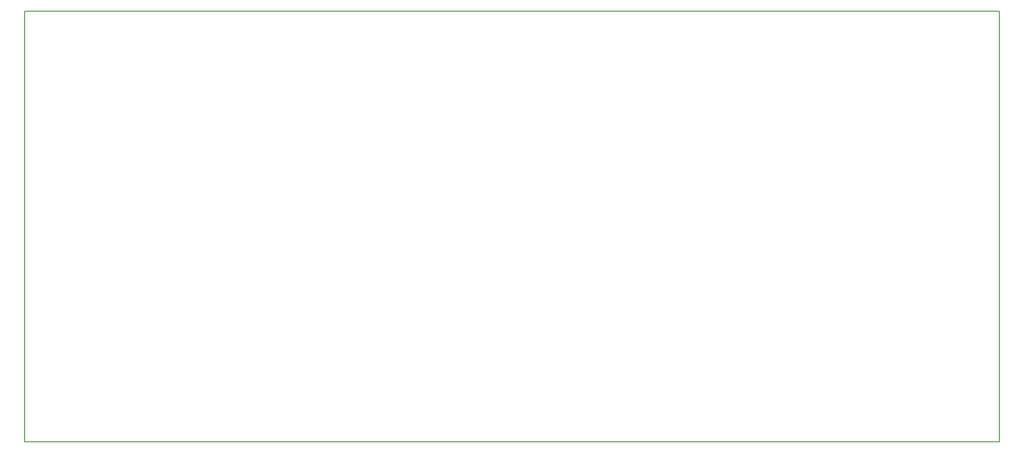
<source format=gm1>
G04 #@! TF.GenerationSoftware,KiCad,Pcbnew,5.1.10*
G04 #@! TF.CreationDate,2021-06-20T21:29:18-04:00*
G04 #@! TF.ProjectId,EVE-PCB-V4,4556452d-5043-4422-9d56-342e6b696361,rev?*
G04 #@! TF.SameCoordinates,Original*
G04 #@! TF.FileFunction,Profile,NP*
%FSLAX46Y46*%
G04 Gerber Fmt 4.6, Leading zero omitted, Abs format (unit mm)*
G04 Created by KiCad (PCBNEW 5.1.10) date 2021-06-20 21:29:18*
%MOMM*%
%LPD*%
G01*
G04 APERTURE LIST*
G04 #@! TA.AperFunction,Profile*
%ADD10C,0.150000*%
G04 #@! TD*
G04 APERTURE END LIST*
D10*
X236220000Y-28702000D02*
X52070000Y-28702000D01*
X52070000Y-110236000D02*
X52070000Y-28702000D01*
X236220000Y-110236000D02*
X52070000Y-110236000D01*
X236220000Y-28702000D02*
X236220000Y-110236000D01*
M02*

</source>
